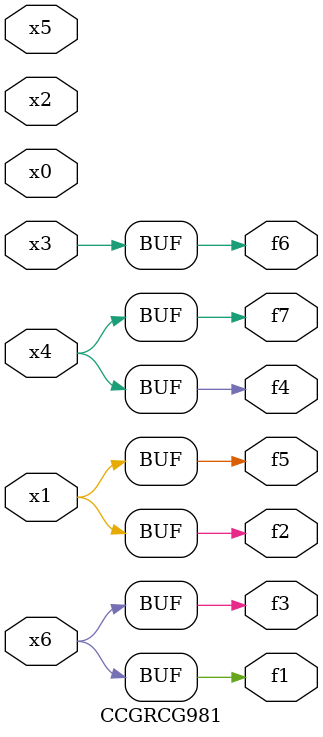
<source format=v>
module CCGRCG981(
	input x0, x1, x2, x3, x4, x5, x6,
	output f1, f2, f3, f4, f5, f6, f7
);
	assign f1 = x6;
	assign f2 = x1;
	assign f3 = x6;
	assign f4 = x4;
	assign f5 = x1;
	assign f6 = x3;
	assign f7 = x4;
endmodule

</source>
